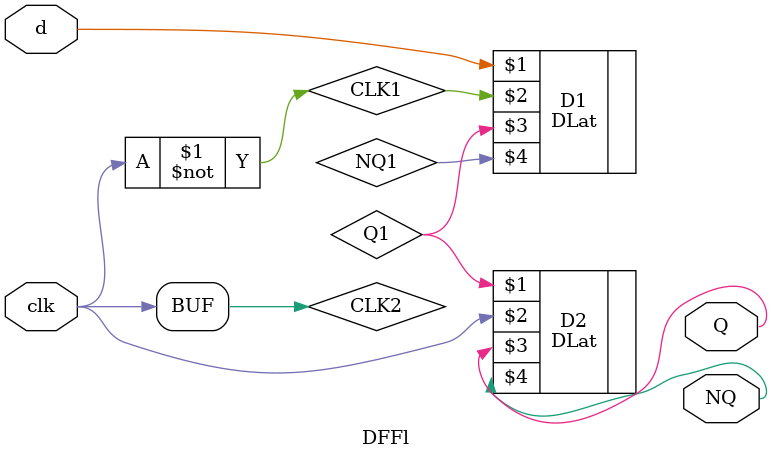
<source format=v>
module DFFl(input d, input clk, output Q, output NQ);
	wire CLK1;
	wire CLK2;
	wire Q1;
	wire NQ1;
	assign CLK2 = clk;
	assign CLK1 = ~clk;
	DLat D1(d, CLK1, Q1, NQ1);
	DLat D2(Q1, CLK2, Q, NQ);
endmodule

</source>
